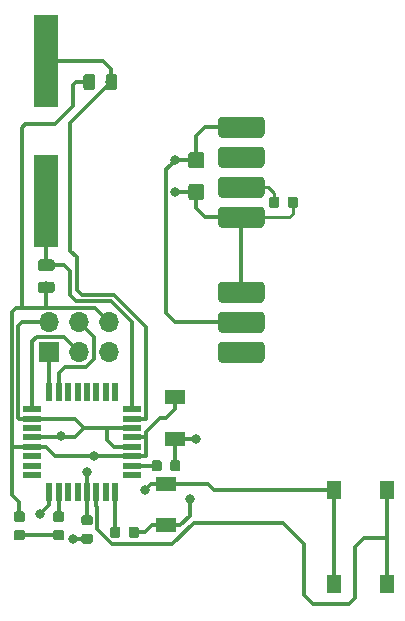
<source format=gbr>
G04 #@! TF.GenerationSoftware,KiCad,Pcbnew,(5.1.0)-1*
G04 #@! TF.CreationDate,2019-05-27T09:53:24+03:00*
G04 #@! TF.ProjectId,USB_RFID,5553425f-5246-4494-942e-6b696361645f,rev?*
G04 #@! TF.SameCoordinates,Original*
G04 #@! TF.FileFunction,Copper,L1,Top*
G04 #@! TF.FilePolarity,Positive*
%FSLAX46Y46*%
G04 Gerber Fmt 4.6, Leading zero omitted, Abs format (unit mm)*
G04 Created by KiCad (PCBNEW (5.1.0)-1) date 2019-05-27 09:53:24*
%MOMM*%
%LPD*%
G04 APERTURE LIST*
%ADD10C,0.100000*%
%ADD11C,1.350000*%
%ADD12C,0.975000*%
%ADD13R,1.700000X1.300000*%
%ADD14C,1.800000*%
%ADD15C,0.875000*%
%ADD16R,1.600000X0.550000*%
%ADD17R,0.550000X1.600000*%
%ADD18R,2.000000X7.875000*%
%ADD19R,1.700000X1.700000*%
%ADD20O,1.700000X1.700000*%
%ADD21R,1.300000X1.550000*%
%ADD22C,0.800000*%
%ADD23C,0.350000*%
%ADD24C,0.250000*%
G04 APERTURE END LIST*
D10*
G36*
X31183505Y-54579204D02*
G01*
X31207773Y-54582804D01*
X31231572Y-54588765D01*
X31254671Y-54597030D01*
X31276850Y-54607520D01*
X31297893Y-54620132D01*
X31317599Y-54634747D01*
X31335777Y-54651223D01*
X31352253Y-54669401D01*
X31366868Y-54689107D01*
X31379480Y-54710150D01*
X31389970Y-54732329D01*
X31398235Y-54755428D01*
X31404196Y-54779227D01*
X31407796Y-54803495D01*
X31409000Y-54827999D01*
X31409000Y-55728001D01*
X31407796Y-55752505D01*
X31404196Y-55776773D01*
X31398235Y-55800572D01*
X31389970Y-55823671D01*
X31379480Y-55845850D01*
X31366868Y-55866893D01*
X31352253Y-55886599D01*
X31335777Y-55904777D01*
X31317599Y-55921253D01*
X31297893Y-55935868D01*
X31276850Y-55948480D01*
X31254671Y-55958970D01*
X31231572Y-55967235D01*
X31207773Y-55973196D01*
X31183505Y-55976796D01*
X31159001Y-55978000D01*
X30308999Y-55978000D01*
X30284495Y-55976796D01*
X30260227Y-55973196D01*
X30236428Y-55967235D01*
X30213329Y-55958970D01*
X30191150Y-55948480D01*
X30170107Y-55935868D01*
X30150401Y-55921253D01*
X30132223Y-55904777D01*
X30115747Y-55886599D01*
X30101132Y-55866893D01*
X30088520Y-55845850D01*
X30078030Y-55823671D01*
X30069765Y-55800572D01*
X30063804Y-55776773D01*
X30060204Y-55752505D01*
X30059000Y-55728001D01*
X30059000Y-54827999D01*
X30060204Y-54803495D01*
X30063804Y-54779227D01*
X30069765Y-54755428D01*
X30078030Y-54732329D01*
X30088520Y-54710150D01*
X30101132Y-54689107D01*
X30115747Y-54669401D01*
X30132223Y-54651223D01*
X30150401Y-54634747D01*
X30170107Y-54620132D01*
X30191150Y-54607520D01*
X30213329Y-54597030D01*
X30236428Y-54588765D01*
X30260227Y-54582804D01*
X30284495Y-54579204D01*
X30308999Y-54578000D01*
X31159001Y-54578000D01*
X31183505Y-54579204D01*
X31183505Y-54579204D01*
G37*
D11*
X30734000Y-55278000D03*
D10*
G36*
X31183505Y-51879204D02*
G01*
X31207773Y-51882804D01*
X31231572Y-51888765D01*
X31254671Y-51897030D01*
X31276850Y-51907520D01*
X31297893Y-51920132D01*
X31317599Y-51934747D01*
X31335777Y-51951223D01*
X31352253Y-51969401D01*
X31366868Y-51989107D01*
X31379480Y-52010150D01*
X31389970Y-52032329D01*
X31398235Y-52055428D01*
X31404196Y-52079227D01*
X31407796Y-52103495D01*
X31409000Y-52127999D01*
X31409000Y-53028001D01*
X31407796Y-53052505D01*
X31404196Y-53076773D01*
X31398235Y-53100572D01*
X31389970Y-53123671D01*
X31379480Y-53145850D01*
X31366868Y-53166893D01*
X31352253Y-53186599D01*
X31335777Y-53204777D01*
X31317599Y-53221253D01*
X31297893Y-53235868D01*
X31276850Y-53248480D01*
X31254671Y-53258970D01*
X31231572Y-53267235D01*
X31207773Y-53273196D01*
X31183505Y-53276796D01*
X31159001Y-53278000D01*
X30308999Y-53278000D01*
X30284495Y-53276796D01*
X30260227Y-53273196D01*
X30236428Y-53267235D01*
X30213329Y-53258970D01*
X30191150Y-53248480D01*
X30170107Y-53235868D01*
X30150401Y-53221253D01*
X30132223Y-53204777D01*
X30115747Y-53186599D01*
X30101132Y-53166893D01*
X30088520Y-53145850D01*
X30078030Y-53123671D01*
X30069765Y-53100572D01*
X30063804Y-53076773D01*
X30060204Y-53052505D01*
X30059000Y-53028001D01*
X30059000Y-52127999D01*
X30060204Y-52103495D01*
X30063804Y-52079227D01*
X30069765Y-52055428D01*
X30078030Y-52032329D01*
X30088520Y-52010150D01*
X30101132Y-51989107D01*
X30115747Y-51969401D01*
X30132223Y-51951223D01*
X30150401Y-51934747D01*
X30170107Y-51920132D01*
X30191150Y-51907520D01*
X30213329Y-51897030D01*
X30236428Y-51888765D01*
X30260227Y-51882804D01*
X30284495Y-51879204D01*
X30308999Y-51878000D01*
X31159001Y-51878000D01*
X31183505Y-51879204D01*
X31183505Y-51879204D01*
G37*
D11*
X30734000Y-52578000D03*
D10*
G36*
X18514142Y-60981674D02*
G01*
X18537803Y-60985184D01*
X18561007Y-60990996D01*
X18583529Y-60999054D01*
X18605153Y-61009282D01*
X18625670Y-61021579D01*
X18644883Y-61035829D01*
X18662607Y-61051893D01*
X18678671Y-61069617D01*
X18692921Y-61088830D01*
X18705218Y-61109347D01*
X18715446Y-61130971D01*
X18723504Y-61153493D01*
X18729316Y-61176697D01*
X18732826Y-61200358D01*
X18734000Y-61224250D01*
X18734000Y-61711750D01*
X18732826Y-61735642D01*
X18729316Y-61759303D01*
X18723504Y-61782507D01*
X18715446Y-61805029D01*
X18705218Y-61826653D01*
X18692921Y-61847170D01*
X18678671Y-61866383D01*
X18662607Y-61884107D01*
X18644883Y-61900171D01*
X18625670Y-61914421D01*
X18605153Y-61926718D01*
X18583529Y-61936946D01*
X18561007Y-61945004D01*
X18537803Y-61950816D01*
X18514142Y-61954326D01*
X18490250Y-61955500D01*
X17577750Y-61955500D01*
X17553858Y-61954326D01*
X17530197Y-61950816D01*
X17506993Y-61945004D01*
X17484471Y-61936946D01*
X17462847Y-61926718D01*
X17442330Y-61914421D01*
X17423117Y-61900171D01*
X17405393Y-61884107D01*
X17389329Y-61866383D01*
X17375079Y-61847170D01*
X17362782Y-61826653D01*
X17352554Y-61805029D01*
X17344496Y-61782507D01*
X17338684Y-61759303D01*
X17335174Y-61735642D01*
X17334000Y-61711750D01*
X17334000Y-61224250D01*
X17335174Y-61200358D01*
X17338684Y-61176697D01*
X17344496Y-61153493D01*
X17352554Y-61130971D01*
X17362782Y-61109347D01*
X17375079Y-61088830D01*
X17389329Y-61069617D01*
X17405393Y-61051893D01*
X17423117Y-61035829D01*
X17442330Y-61021579D01*
X17462847Y-61009282D01*
X17484471Y-60999054D01*
X17506993Y-60990996D01*
X17530197Y-60985184D01*
X17553858Y-60981674D01*
X17577750Y-60980500D01*
X18490250Y-60980500D01*
X18514142Y-60981674D01*
X18514142Y-60981674D01*
G37*
D12*
X18034000Y-61468000D03*
D10*
G36*
X18514142Y-62856674D02*
G01*
X18537803Y-62860184D01*
X18561007Y-62865996D01*
X18583529Y-62874054D01*
X18605153Y-62884282D01*
X18625670Y-62896579D01*
X18644883Y-62910829D01*
X18662607Y-62926893D01*
X18678671Y-62944617D01*
X18692921Y-62963830D01*
X18705218Y-62984347D01*
X18715446Y-63005971D01*
X18723504Y-63028493D01*
X18729316Y-63051697D01*
X18732826Y-63075358D01*
X18734000Y-63099250D01*
X18734000Y-63586750D01*
X18732826Y-63610642D01*
X18729316Y-63634303D01*
X18723504Y-63657507D01*
X18715446Y-63680029D01*
X18705218Y-63701653D01*
X18692921Y-63722170D01*
X18678671Y-63741383D01*
X18662607Y-63759107D01*
X18644883Y-63775171D01*
X18625670Y-63789421D01*
X18605153Y-63801718D01*
X18583529Y-63811946D01*
X18561007Y-63820004D01*
X18537803Y-63825816D01*
X18514142Y-63829326D01*
X18490250Y-63830500D01*
X17577750Y-63830500D01*
X17553858Y-63829326D01*
X17530197Y-63825816D01*
X17506993Y-63820004D01*
X17484471Y-63811946D01*
X17462847Y-63801718D01*
X17442330Y-63789421D01*
X17423117Y-63775171D01*
X17405393Y-63759107D01*
X17389329Y-63741383D01*
X17375079Y-63722170D01*
X17362782Y-63701653D01*
X17352554Y-63680029D01*
X17344496Y-63657507D01*
X17338684Y-63634303D01*
X17335174Y-63610642D01*
X17334000Y-63586750D01*
X17334000Y-63099250D01*
X17335174Y-63075358D01*
X17338684Y-63051697D01*
X17344496Y-63028493D01*
X17352554Y-63005971D01*
X17362782Y-62984347D01*
X17375079Y-62963830D01*
X17389329Y-62944617D01*
X17405393Y-62926893D01*
X17423117Y-62910829D01*
X17442330Y-62896579D01*
X17462847Y-62884282D01*
X17484471Y-62874054D01*
X17506993Y-62865996D01*
X17530197Y-62860184D01*
X17553858Y-62856674D01*
X17577750Y-62855500D01*
X18490250Y-62855500D01*
X18514142Y-62856674D01*
X18514142Y-62856674D01*
G37*
D12*
X18034000Y-63343000D03*
D10*
G36*
X21936142Y-45275174D02*
G01*
X21959803Y-45278684D01*
X21983007Y-45284496D01*
X22005529Y-45292554D01*
X22027153Y-45302782D01*
X22047670Y-45315079D01*
X22066883Y-45329329D01*
X22084607Y-45345393D01*
X22100671Y-45363117D01*
X22114921Y-45382330D01*
X22127218Y-45402847D01*
X22137446Y-45424471D01*
X22145504Y-45446993D01*
X22151316Y-45470197D01*
X22154826Y-45493858D01*
X22156000Y-45517750D01*
X22156000Y-46430250D01*
X22154826Y-46454142D01*
X22151316Y-46477803D01*
X22145504Y-46501007D01*
X22137446Y-46523529D01*
X22127218Y-46545153D01*
X22114921Y-46565670D01*
X22100671Y-46584883D01*
X22084607Y-46602607D01*
X22066883Y-46618671D01*
X22047670Y-46632921D01*
X22027153Y-46645218D01*
X22005529Y-46655446D01*
X21983007Y-46663504D01*
X21959803Y-46669316D01*
X21936142Y-46672826D01*
X21912250Y-46674000D01*
X21424750Y-46674000D01*
X21400858Y-46672826D01*
X21377197Y-46669316D01*
X21353993Y-46663504D01*
X21331471Y-46655446D01*
X21309847Y-46645218D01*
X21289330Y-46632921D01*
X21270117Y-46618671D01*
X21252393Y-46602607D01*
X21236329Y-46584883D01*
X21222079Y-46565670D01*
X21209782Y-46545153D01*
X21199554Y-46523529D01*
X21191496Y-46501007D01*
X21185684Y-46477803D01*
X21182174Y-46454142D01*
X21181000Y-46430250D01*
X21181000Y-45517750D01*
X21182174Y-45493858D01*
X21185684Y-45470197D01*
X21191496Y-45446993D01*
X21199554Y-45424471D01*
X21209782Y-45402847D01*
X21222079Y-45382330D01*
X21236329Y-45363117D01*
X21252393Y-45345393D01*
X21270117Y-45329329D01*
X21289330Y-45315079D01*
X21309847Y-45302782D01*
X21331471Y-45292554D01*
X21353993Y-45284496D01*
X21377197Y-45278684D01*
X21400858Y-45275174D01*
X21424750Y-45274000D01*
X21912250Y-45274000D01*
X21936142Y-45275174D01*
X21936142Y-45275174D01*
G37*
D12*
X21668500Y-45974000D03*
D10*
G36*
X23811142Y-45275174D02*
G01*
X23834803Y-45278684D01*
X23858007Y-45284496D01*
X23880529Y-45292554D01*
X23902153Y-45302782D01*
X23922670Y-45315079D01*
X23941883Y-45329329D01*
X23959607Y-45345393D01*
X23975671Y-45363117D01*
X23989921Y-45382330D01*
X24002218Y-45402847D01*
X24012446Y-45424471D01*
X24020504Y-45446993D01*
X24026316Y-45470197D01*
X24029826Y-45493858D01*
X24031000Y-45517750D01*
X24031000Y-46430250D01*
X24029826Y-46454142D01*
X24026316Y-46477803D01*
X24020504Y-46501007D01*
X24012446Y-46523529D01*
X24002218Y-46545153D01*
X23989921Y-46565670D01*
X23975671Y-46584883D01*
X23959607Y-46602607D01*
X23941883Y-46618671D01*
X23922670Y-46632921D01*
X23902153Y-46645218D01*
X23880529Y-46655446D01*
X23858007Y-46663504D01*
X23834803Y-46669316D01*
X23811142Y-46672826D01*
X23787250Y-46674000D01*
X23299750Y-46674000D01*
X23275858Y-46672826D01*
X23252197Y-46669316D01*
X23228993Y-46663504D01*
X23206471Y-46655446D01*
X23184847Y-46645218D01*
X23164330Y-46632921D01*
X23145117Y-46618671D01*
X23127393Y-46602607D01*
X23111329Y-46584883D01*
X23097079Y-46565670D01*
X23084782Y-46545153D01*
X23074554Y-46523529D01*
X23066496Y-46501007D01*
X23060684Y-46477803D01*
X23057174Y-46454142D01*
X23056000Y-46430250D01*
X23056000Y-45517750D01*
X23057174Y-45493858D01*
X23060684Y-45470197D01*
X23066496Y-45446993D01*
X23074554Y-45424471D01*
X23084782Y-45402847D01*
X23097079Y-45382330D01*
X23111329Y-45363117D01*
X23127393Y-45345393D01*
X23145117Y-45329329D01*
X23164330Y-45315079D01*
X23184847Y-45302782D01*
X23206471Y-45292554D01*
X23228993Y-45284496D01*
X23252197Y-45278684D01*
X23275858Y-45275174D01*
X23299750Y-45274000D01*
X23787250Y-45274000D01*
X23811142Y-45275174D01*
X23811142Y-45275174D01*
G37*
D12*
X23543500Y-45974000D03*
D13*
X28956000Y-76172000D03*
X28956000Y-72672000D03*
X28194000Y-80010000D03*
X28194000Y-83510000D03*
D10*
G36*
X36138108Y-62856167D02*
G01*
X36181791Y-62862647D01*
X36224628Y-62873377D01*
X36266208Y-62888254D01*
X36306129Y-62907135D01*
X36344007Y-62929839D01*
X36379477Y-62956145D01*
X36412198Y-62985802D01*
X36441855Y-63018523D01*
X36468161Y-63053993D01*
X36490865Y-63091871D01*
X36509746Y-63131792D01*
X36524623Y-63173372D01*
X36535353Y-63216209D01*
X36541833Y-63259892D01*
X36544000Y-63304000D01*
X36544000Y-64204000D01*
X36541833Y-64248108D01*
X36535353Y-64291791D01*
X36524623Y-64334628D01*
X36509746Y-64376208D01*
X36490865Y-64416129D01*
X36468161Y-64454007D01*
X36441855Y-64489477D01*
X36412198Y-64522198D01*
X36379477Y-64551855D01*
X36344007Y-64578161D01*
X36306129Y-64600865D01*
X36266208Y-64619746D01*
X36224628Y-64634623D01*
X36181791Y-64645353D01*
X36138108Y-64651833D01*
X36094000Y-64654000D01*
X32994000Y-64654000D01*
X32949892Y-64651833D01*
X32906209Y-64645353D01*
X32863372Y-64634623D01*
X32821792Y-64619746D01*
X32781871Y-64600865D01*
X32743993Y-64578161D01*
X32708523Y-64551855D01*
X32675802Y-64522198D01*
X32646145Y-64489477D01*
X32619839Y-64454007D01*
X32597135Y-64416129D01*
X32578254Y-64376208D01*
X32563377Y-64334628D01*
X32552647Y-64291791D01*
X32546167Y-64248108D01*
X32544000Y-64204000D01*
X32544000Y-63304000D01*
X32546167Y-63259892D01*
X32552647Y-63216209D01*
X32563377Y-63173372D01*
X32578254Y-63131792D01*
X32597135Y-63091871D01*
X32619839Y-63053993D01*
X32646145Y-63018523D01*
X32675802Y-62985802D01*
X32708523Y-62956145D01*
X32743993Y-62929839D01*
X32781871Y-62907135D01*
X32821792Y-62888254D01*
X32863372Y-62873377D01*
X32906209Y-62862647D01*
X32949892Y-62856167D01*
X32994000Y-62854000D01*
X36094000Y-62854000D01*
X36138108Y-62856167D01*
X36138108Y-62856167D01*
G37*
D14*
X34544000Y-63754000D03*
D10*
G36*
X36138108Y-65396167D02*
G01*
X36181791Y-65402647D01*
X36224628Y-65413377D01*
X36266208Y-65428254D01*
X36306129Y-65447135D01*
X36344007Y-65469839D01*
X36379477Y-65496145D01*
X36412198Y-65525802D01*
X36441855Y-65558523D01*
X36468161Y-65593993D01*
X36490865Y-65631871D01*
X36509746Y-65671792D01*
X36524623Y-65713372D01*
X36535353Y-65756209D01*
X36541833Y-65799892D01*
X36544000Y-65844000D01*
X36544000Y-66744000D01*
X36541833Y-66788108D01*
X36535353Y-66831791D01*
X36524623Y-66874628D01*
X36509746Y-66916208D01*
X36490865Y-66956129D01*
X36468161Y-66994007D01*
X36441855Y-67029477D01*
X36412198Y-67062198D01*
X36379477Y-67091855D01*
X36344007Y-67118161D01*
X36306129Y-67140865D01*
X36266208Y-67159746D01*
X36224628Y-67174623D01*
X36181791Y-67185353D01*
X36138108Y-67191833D01*
X36094000Y-67194000D01*
X32994000Y-67194000D01*
X32949892Y-67191833D01*
X32906209Y-67185353D01*
X32863372Y-67174623D01*
X32821792Y-67159746D01*
X32781871Y-67140865D01*
X32743993Y-67118161D01*
X32708523Y-67091855D01*
X32675802Y-67062198D01*
X32646145Y-67029477D01*
X32619839Y-66994007D01*
X32597135Y-66956129D01*
X32578254Y-66916208D01*
X32563377Y-66874628D01*
X32552647Y-66831791D01*
X32546167Y-66788108D01*
X32544000Y-66744000D01*
X32544000Y-65844000D01*
X32546167Y-65799892D01*
X32552647Y-65756209D01*
X32563377Y-65713372D01*
X32578254Y-65671792D01*
X32597135Y-65631871D01*
X32619839Y-65593993D01*
X32646145Y-65558523D01*
X32675802Y-65525802D01*
X32708523Y-65496145D01*
X32743993Y-65469839D01*
X32781871Y-65447135D01*
X32821792Y-65428254D01*
X32863372Y-65413377D01*
X32906209Y-65402647D01*
X32949892Y-65396167D01*
X32994000Y-65394000D01*
X36094000Y-65394000D01*
X36138108Y-65396167D01*
X36138108Y-65396167D01*
G37*
D14*
X34544000Y-66294000D03*
D10*
G36*
X36138108Y-67936167D02*
G01*
X36181791Y-67942647D01*
X36224628Y-67953377D01*
X36266208Y-67968254D01*
X36306129Y-67987135D01*
X36344007Y-68009839D01*
X36379477Y-68036145D01*
X36412198Y-68065802D01*
X36441855Y-68098523D01*
X36468161Y-68133993D01*
X36490865Y-68171871D01*
X36509746Y-68211792D01*
X36524623Y-68253372D01*
X36535353Y-68296209D01*
X36541833Y-68339892D01*
X36544000Y-68384000D01*
X36544000Y-69284000D01*
X36541833Y-69328108D01*
X36535353Y-69371791D01*
X36524623Y-69414628D01*
X36509746Y-69456208D01*
X36490865Y-69496129D01*
X36468161Y-69534007D01*
X36441855Y-69569477D01*
X36412198Y-69602198D01*
X36379477Y-69631855D01*
X36344007Y-69658161D01*
X36306129Y-69680865D01*
X36266208Y-69699746D01*
X36224628Y-69714623D01*
X36181791Y-69725353D01*
X36138108Y-69731833D01*
X36094000Y-69734000D01*
X32994000Y-69734000D01*
X32949892Y-69731833D01*
X32906209Y-69725353D01*
X32863372Y-69714623D01*
X32821792Y-69699746D01*
X32781871Y-69680865D01*
X32743993Y-69658161D01*
X32708523Y-69631855D01*
X32675802Y-69602198D01*
X32646145Y-69569477D01*
X32619839Y-69534007D01*
X32597135Y-69496129D01*
X32578254Y-69456208D01*
X32563377Y-69414628D01*
X32552647Y-69371791D01*
X32546167Y-69328108D01*
X32544000Y-69284000D01*
X32544000Y-68384000D01*
X32546167Y-68339892D01*
X32552647Y-68296209D01*
X32563377Y-68253372D01*
X32578254Y-68211792D01*
X32597135Y-68171871D01*
X32619839Y-68133993D01*
X32646145Y-68098523D01*
X32675802Y-68065802D01*
X32708523Y-68036145D01*
X32743993Y-68009839D01*
X32781871Y-67987135D01*
X32821792Y-67968254D01*
X32863372Y-67953377D01*
X32906209Y-67942647D01*
X32949892Y-67936167D01*
X32994000Y-67934000D01*
X36094000Y-67934000D01*
X36138108Y-67936167D01*
X36138108Y-67936167D01*
G37*
D14*
X34544000Y-68834000D03*
D10*
G36*
X36138108Y-56506167D02*
G01*
X36181791Y-56512647D01*
X36224628Y-56523377D01*
X36266208Y-56538254D01*
X36306129Y-56557135D01*
X36344007Y-56579839D01*
X36379477Y-56606145D01*
X36412198Y-56635802D01*
X36441855Y-56668523D01*
X36468161Y-56703993D01*
X36490865Y-56741871D01*
X36509746Y-56781792D01*
X36524623Y-56823372D01*
X36535353Y-56866209D01*
X36541833Y-56909892D01*
X36544000Y-56954000D01*
X36544000Y-57854000D01*
X36541833Y-57898108D01*
X36535353Y-57941791D01*
X36524623Y-57984628D01*
X36509746Y-58026208D01*
X36490865Y-58066129D01*
X36468161Y-58104007D01*
X36441855Y-58139477D01*
X36412198Y-58172198D01*
X36379477Y-58201855D01*
X36344007Y-58228161D01*
X36306129Y-58250865D01*
X36266208Y-58269746D01*
X36224628Y-58284623D01*
X36181791Y-58295353D01*
X36138108Y-58301833D01*
X36094000Y-58304000D01*
X32994000Y-58304000D01*
X32949892Y-58301833D01*
X32906209Y-58295353D01*
X32863372Y-58284623D01*
X32821792Y-58269746D01*
X32781871Y-58250865D01*
X32743993Y-58228161D01*
X32708523Y-58201855D01*
X32675802Y-58172198D01*
X32646145Y-58139477D01*
X32619839Y-58104007D01*
X32597135Y-58066129D01*
X32578254Y-58026208D01*
X32563377Y-57984628D01*
X32552647Y-57941791D01*
X32546167Y-57898108D01*
X32544000Y-57854000D01*
X32544000Y-56954000D01*
X32546167Y-56909892D01*
X32552647Y-56866209D01*
X32563377Y-56823372D01*
X32578254Y-56781792D01*
X32597135Y-56741871D01*
X32619839Y-56703993D01*
X32646145Y-56668523D01*
X32675802Y-56635802D01*
X32708523Y-56606145D01*
X32743993Y-56579839D01*
X32781871Y-56557135D01*
X32821792Y-56538254D01*
X32863372Y-56523377D01*
X32906209Y-56512647D01*
X32949892Y-56506167D01*
X32994000Y-56504000D01*
X36094000Y-56504000D01*
X36138108Y-56506167D01*
X36138108Y-56506167D01*
G37*
D14*
X34544000Y-57404000D03*
D10*
G36*
X36138108Y-53966167D02*
G01*
X36181791Y-53972647D01*
X36224628Y-53983377D01*
X36266208Y-53998254D01*
X36306129Y-54017135D01*
X36344007Y-54039839D01*
X36379477Y-54066145D01*
X36412198Y-54095802D01*
X36441855Y-54128523D01*
X36468161Y-54163993D01*
X36490865Y-54201871D01*
X36509746Y-54241792D01*
X36524623Y-54283372D01*
X36535353Y-54326209D01*
X36541833Y-54369892D01*
X36544000Y-54414000D01*
X36544000Y-55314000D01*
X36541833Y-55358108D01*
X36535353Y-55401791D01*
X36524623Y-55444628D01*
X36509746Y-55486208D01*
X36490865Y-55526129D01*
X36468161Y-55564007D01*
X36441855Y-55599477D01*
X36412198Y-55632198D01*
X36379477Y-55661855D01*
X36344007Y-55688161D01*
X36306129Y-55710865D01*
X36266208Y-55729746D01*
X36224628Y-55744623D01*
X36181791Y-55755353D01*
X36138108Y-55761833D01*
X36094000Y-55764000D01*
X32994000Y-55764000D01*
X32949892Y-55761833D01*
X32906209Y-55755353D01*
X32863372Y-55744623D01*
X32821792Y-55729746D01*
X32781871Y-55710865D01*
X32743993Y-55688161D01*
X32708523Y-55661855D01*
X32675802Y-55632198D01*
X32646145Y-55599477D01*
X32619839Y-55564007D01*
X32597135Y-55526129D01*
X32578254Y-55486208D01*
X32563377Y-55444628D01*
X32552647Y-55401791D01*
X32546167Y-55358108D01*
X32544000Y-55314000D01*
X32544000Y-54414000D01*
X32546167Y-54369892D01*
X32552647Y-54326209D01*
X32563377Y-54283372D01*
X32578254Y-54241792D01*
X32597135Y-54201871D01*
X32619839Y-54163993D01*
X32646145Y-54128523D01*
X32675802Y-54095802D01*
X32708523Y-54066145D01*
X32743993Y-54039839D01*
X32781871Y-54017135D01*
X32821792Y-53998254D01*
X32863372Y-53983377D01*
X32906209Y-53972647D01*
X32949892Y-53966167D01*
X32994000Y-53964000D01*
X36094000Y-53964000D01*
X36138108Y-53966167D01*
X36138108Y-53966167D01*
G37*
D14*
X34544000Y-54864000D03*
D10*
G36*
X36138108Y-51426167D02*
G01*
X36181791Y-51432647D01*
X36224628Y-51443377D01*
X36266208Y-51458254D01*
X36306129Y-51477135D01*
X36344007Y-51499839D01*
X36379477Y-51526145D01*
X36412198Y-51555802D01*
X36441855Y-51588523D01*
X36468161Y-51623993D01*
X36490865Y-51661871D01*
X36509746Y-51701792D01*
X36524623Y-51743372D01*
X36535353Y-51786209D01*
X36541833Y-51829892D01*
X36544000Y-51874000D01*
X36544000Y-52774000D01*
X36541833Y-52818108D01*
X36535353Y-52861791D01*
X36524623Y-52904628D01*
X36509746Y-52946208D01*
X36490865Y-52986129D01*
X36468161Y-53024007D01*
X36441855Y-53059477D01*
X36412198Y-53092198D01*
X36379477Y-53121855D01*
X36344007Y-53148161D01*
X36306129Y-53170865D01*
X36266208Y-53189746D01*
X36224628Y-53204623D01*
X36181791Y-53215353D01*
X36138108Y-53221833D01*
X36094000Y-53224000D01*
X32994000Y-53224000D01*
X32949892Y-53221833D01*
X32906209Y-53215353D01*
X32863372Y-53204623D01*
X32821792Y-53189746D01*
X32781871Y-53170865D01*
X32743993Y-53148161D01*
X32708523Y-53121855D01*
X32675802Y-53092198D01*
X32646145Y-53059477D01*
X32619839Y-53024007D01*
X32597135Y-52986129D01*
X32578254Y-52946208D01*
X32563377Y-52904628D01*
X32552647Y-52861791D01*
X32546167Y-52818108D01*
X32544000Y-52774000D01*
X32544000Y-51874000D01*
X32546167Y-51829892D01*
X32552647Y-51786209D01*
X32563377Y-51743372D01*
X32578254Y-51701792D01*
X32597135Y-51661871D01*
X32619839Y-51623993D01*
X32646145Y-51588523D01*
X32675802Y-51555802D01*
X32708523Y-51526145D01*
X32743993Y-51499839D01*
X32781871Y-51477135D01*
X32821792Y-51458254D01*
X32863372Y-51443377D01*
X32906209Y-51432647D01*
X32949892Y-51426167D01*
X32994000Y-51424000D01*
X36094000Y-51424000D01*
X36138108Y-51426167D01*
X36138108Y-51426167D01*
G37*
D14*
X34544000Y-52324000D03*
D10*
G36*
X36138108Y-48886167D02*
G01*
X36181791Y-48892647D01*
X36224628Y-48903377D01*
X36266208Y-48918254D01*
X36306129Y-48937135D01*
X36344007Y-48959839D01*
X36379477Y-48986145D01*
X36412198Y-49015802D01*
X36441855Y-49048523D01*
X36468161Y-49083993D01*
X36490865Y-49121871D01*
X36509746Y-49161792D01*
X36524623Y-49203372D01*
X36535353Y-49246209D01*
X36541833Y-49289892D01*
X36544000Y-49334000D01*
X36544000Y-50234000D01*
X36541833Y-50278108D01*
X36535353Y-50321791D01*
X36524623Y-50364628D01*
X36509746Y-50406208D01*
X36490865Y-50446129D01*
X36468161Y-50484007D01*
X36441855Y-50519477D01*
X36412198Y-50552198D01*
X36379477Y-50581855D01*
X36344007Y-50608161D01*
X36306129Y-50630865D01*
X36266208Y-50649746D01*
X36224628Y-50664623D01*
X36181791Y-50675353D01*
X36138108Y-50681833D01*
X36094000Y-50684000D01*
X32994000Y-50684000D01*
X32949892Y-50681833D01*
X32906209Y-50675353D01*
X32863372Y-50664623D01*
X32821792Y-50649746D01*
X32781871Y-50630865D01*
X32743993Y-50608161D01*
X32708523Y-50581855D01*
X32675802Y-50552198D01*
X32646145Y-50519477D01*
X32619839Y-50484007D01*
X32597135Y-50446129D01*
X32578254Y-50406208D01*
X32563377Y-50364628D01*
X32552647Y-50321791D01*
X32546167Y-50278108D01*
X32544000Y-50234000D01*
X32544000Y-49334000D01*
X32546167Y-49289892D01*
X32552647Y-49246209D01*
X32563377Y-49203372D01*
X32578254Y-49161792D01*
X32597135Y-49121871D01*
X32619839Y-49083993D01*
X32646145Y-49048523D01*
X32675802Y-49015802D01*
X32708523Y-48986145D01*
X32743993Y-48959839D01*
X32781871Y-48937135D01*
X32821792Y-48918254D01*
X32863372Y-48903377D01*
X32906209Y-48892647D01*
X32949892Y-48886167D01*
X32994000Y-48884000D01*
X36094000Y-48884000D01*
X36138108Y-48886167D01*
X36138108Y-48886167D01*
G37*
D14*
X34544000Y-49784000D03*
D10*
G36*
X21759691Y-84196553D02*
G01*
X21780926Y-84199703D01*
X21801750Y-84204919D01*
X21821962Y-84212151D01*
X21841368Y-84221330D01*
X21859781Y-84232366D01*
X21877024Y-84245154D01*
X21892930Y-84259570D01*
X21907346Y-84275476D01*
X21920134Y-84292719D01*
X21931170Y-84311132D01*
X21940349Y-84330538D01*
X21947581Y-84350750D01*
X21952797Y-84371574D01*
X21955947Y-84392809D01*
X21957000Y-84414250D01*
X21957000Y-84851750D01*
X21955947Y-84873191D01*
X21952797Y-84894426D01*
X21947581Y-84915250D01*
X21940349Y-84935462D01*
X21931170Y-84954868D01*
X21920134Y-84973281D01*
X21907346Y-84990524D01*
X21892930Y-85006430D01*
X21877024Y-85020846D01*
X21859781Y-85033634D01*
X21841368Y-85044670D01*
X21821962Y-85053849D01*
X21801750Y-85061081D01*
X21780926Y-85066297D01*
X21759691Y-85069447D01*
X21738250Y-85070500D01*
X21225750Y-85070500D01*
X21204309Y-85069447D01*
X21183074Y-85066297D01*
X21162250Y-85061081D01*
X21142038Y-85053849D01*
X21122632Y-85044670D01*
X21104219Y-85033634D01*
X21086976Y-85020846D01*
X21071070Y-85006430D01*
X21056654Y-84990524D01*
X21043866Y-84973281D01*
X21032830Y-84954868D01*
X21023651Y-84935462D01*
X21016419Y-84915250D01*
X21011203Y-84894426D01*
X21008053Y-84873191D01*
X21007000Y-84851750D01*
X21007000Y-84414250D01*
X21008053Y-84392809D01*
X21011203Y-84371574D01*
X21016419Y-84350750D01*
X21023651Y-84330538D01*
X21032830Y-84311132D01*
X21043866Y-84292719D01*
X21056654Y-84275476D01*
X21071070Y-84259570D01*
X21086976Y-84245154D01*
X21104219Y-84232366D01*
X21122632Y-84221330D01*
X21142038Y-84212151D01*
X21162250Y-84204919D01*
X21183074Y-84199703D01*
X21204309Y-84196553D01*
X21225750Y-84195500D01*
X21738250Y-84195500D01*
X21759691Y-84196553D01*
X21759691Y-84196553D01*
G37*
D15*
X21482000Y-84633000D03*
D10*
G36*
X21759691Y-82621553D02*
G01*
X21780926Y-82624703D01*
X21801750Y-82629919D01*
X21821962Y-82637151D01*
X21841368Y-82646330D01*
X21859781Y-82657366D01*
X21877024Y-82670154D01*
X21892930Y-82684570D01*
X21907346Y-82700476D01*
X21920134Y-82717719D01*
X21931170Y-82736132D01*
X21940349Y-82755538D01*
X21947581Y-82775750D01*
X21952797Y-82796574D01*
X21955947Y-82817809D01*
X21957000Y-82839250D01*
X21957000Y-83276750D01*
X21955947Y-83298191D01*
X21952797Y-83319426D01*
X21947581Y-83340250D01*
X21940349Y-83360462D01*
X21931170Y-83379868D01*
X21920134Y-83398281D01*
X21907346Y-83415524D01*
X21892930Y-83431430D01*
X21877024Y-83445846D01*
X21859781Y-83458634D01*
X21841368Y-83469670D01*
X21821962Y-83478849D01*
X21801750Y-83486081D01*
X21780926Y-83491297D01*
X21759691Y-83494447D01*
X21738250Y-83495500D01*
X21225750Y-83495500D01*
X21204309Y-83494447D01*
X21183074Y-83491297D01*
X21162250Y-83486081D01*
X21142038Y-83478849D01*
X21122632Y-83469670D01*
X21104219Y-83458634D01*
X21086976Y-83445846D01*
X21071070Y-83431430D01*
X21056654Y-83415524D01*
X21043866Y-83398281D01*
X21032830Y-83379868D01*
X21023651Y-83360462D01*
X21016419Y-83340250D01*
X21011203Y-83319426D01*
X21008053Y-83298191D01*
X21007000Y-83276750D01*
X21007000Y-82839250D01*
X21008053Y-82817809D01*
X21011203Y-82796574D01*
X21016419Y-82775750D01*
X21023651Y-82755538D01*
X21032830Y-82736132D01*
X21043866Y-82717719D01*
X21056654Y-82700476D01*
X21071070Y-82684570D01*
X21086976Y-82670154D01*
X21104219Y-82657366D01*
X21122632Y-82646330D01*
X21142038Y-82637151D01*
X21162250Y-82629919D01*
X21183074Y-82624703D01*
X21204309Y-82621553D01*
X21225750Y-82620500D01*
X21738250Y-82620500D01*
X21759691Y-82621553D01*
X21759691Y-82621553D01*
G37*
D15*
X21482000Y-83058000D03*
D10*
G36*
X25691193Y-83600053D02*
G01*
X25712428Y-83603203D01*
X25733252Y-83608419D01*
X25753464Y-83615651D01*
X25772870Y-83624830D01*
X25791283Y-83635866D01*
X25808526Y-83648654D01*
X25824432Y-83663070D01*
X25838848Y-83678976D01*
X25851636Y-83696219D01*
X25862672Y-83714632D01*
X25871851Y-83734038D01*
X25879083Y-83754250D01*
X25884299Y-83775074D01*
X25887449Y-83796309D01*
X25888502Y-83817750D01*
X25888502Y-84330250D01*
X25887449Y-84351691D01*
X25884299Y-84372926D01*
X25879083Y-84393750D01*
X25871851Y-84413962D01*
X25862672Y-84433368D01*
X25851636Y-84451781D01*
X25838848Y-84469024D01*
X25824432Y-84484930D01*
X25808526Y-84499346D01*
X25791283Y-84512134D01*
X25772870Y-84523170D01*
X25753464Y-84532349D01*
X25733252Y-84539581D01*
X25712428Y-84544797D01*
X25691193Y-84547947D01*
X25669752Y-84549000D01*
X25232252Y-84549000D01*
X25210811Y-84547947D01*
X25189576Y-84544797D01*
X25168752Y-84539581D01*
X25148540Y-84532349D01*
X25129134Y-84523170D01*
X25110721Y-84512134D01*
X25093478Y-84499346D01*
X25077572Y-84484930D01*
X25063156Y-84469024D01*
X25050368Y-84451781D01*
X25039332Y-84433368D01*
X25030153Y-84413962D01*
X25022921Y-84393750D01*
X25017705Y-84372926D01*
X25014555Y-84351691D01*
X25013502Y-84330250D01*
X25013502Y-83817750D01*
X25014555Y-83796309D01*
X25017705Y-83775074D01*
X25022921Y-83754250D01*
X25030153Y-83734038D01*
X25039332Y-83714632D01*
X25050368Y-83696219D01*
X25063156Y-83678976D01*
X25077572Y-83663070D01*
X25093478Y-83648654D01*
X25110721Y-83635866D01*
X25129134Y-83624830D01*
X25148540Y-83615651D01*
X25168752Y-83608419D01*
X25189576Y-83603203D01*
X25210811Y-83600053D01*
X25232252Y-83599000D01*
X25669752Y-83599000D01*
X25691193Y-83600053D01*
X25691193Y-83600053D01*
G37*
D15*
X25451002Y-84074000D03*
D10*
G36*
X24116193Y-83600053D02*
G01*
X24137428Y-83603203D01*
X24158252Y-83608419D01*
X24178464Y-83615651D01*
X24197870Y-83624830D01*
X24216283Y-83635866D01*
X24233526Y-83648654D01*
X24249432Y-83663070D01*
X24263848Y-83678976D01*
X24276636Y-83696219D01*
X24287672Y-83714632D01*
X24296851Y-83734038D01*
X24304083Y-83754250D01*
X24309299Y-83775074D01*
X24312449Y-83796309D01*
X24313502Y-83817750D01*
X24313502Y-84330250D01*
X24312449Y-84351691D01*
X24309299Y-84372926D01*
X24304083Y-84393750D01*
X24296851Y-84413962D01*
X24287672Y-84433368D01*
X24276636Y-84451781D01*
X24263848Y-84469024D01*
X24249432Y-84484930D01*
X24233526Y-84499346D01*
X24216283Y-84512134D01*
X24197870Y-84523170D01*
X24178464Y-84532349D01*
X24158252Y-84539581D01*
X24137428Y-84544797D01*
X24116193Y-84547947D01*
X24094752Y-84549000D01*
X23657252Y-84549000D01*
X23635811Y-84547947D01*
X23614576Y-84544797D01*
X23593752Y-84539581D01*
X23573540Y-84532349D01*
X23554134Y-84523170D01*
X23535721Y-84512134D01*
X23518478Y-84499346D01*
X23502572Y-84484930D01*
X23488156Y-84469024D01*
X23475368Y-84451781D01*
X23464332Y-84433368D01*
X23455153Y-84413962D01*
X23447921Y-84393750D01*
X23442705Y-84372926D01*
X23439555Y-84351691D01*
X23438502Y-84330250D01*
X23438502Y-83817750D01*
X23439555Y-83796309D01*
X23442705Y-83775074D01*
X23447921Y-83754250D01*
X23455153Y-83734038D01*
X23464332Y-83714632D01*
X23475368Y-83696219D01*
X23488156Y-83678976D01*
X23502572Y-83663070D01*
X23518478Y-83648654D01*
X23535721Y-83635866D01*
X23554134Y-83624830D01*
X23573540Y-83615651D01*
X23593752Y-83608419D01*
X23614576Y-83603203D01*
X23635811Y-83600053D01*
X23657252Y-83599000D01*
X24094752Y-83599000D01*
X24116193Y-83600053D01*
X24116193Y-83600053D01*
G37*
D15*
X23876002Y-84074000D03*
D10*
G36*
X27621191Y-77980053D02*
G01*
X27642426Y-77983203D01*
X27663250Y-77988419D01*
X27683462Y-77995651D01*
X27702868Y-78004830D01*
X27721281Y-78015866D01*
X27738524Y-78028654D01*
X27754430Y-78043070D01*
X27768846Y-78058976D01*
X27781634Y-78076219D01*
X27792670Y-78094632D01*
X27801849Y-78114038D01*
X27809081Y-78134250D01*
X27814297Y-78155074D01*
X27817447Y-78176309D01*
X27818500Y-78197750D01*
X27818500Y-78710250D01*
X27817447Y-78731691D01*
X27814297Y-78752926D01*
X27809081Y-78773750D01*
X27801849Y-78793962D01*
X27792670Y-78813368D01*
X27781634Y-78831781D01*
X27768846Y-78849024D01*
X27754430Y-78864930D01*
X27738524Y-78879346D01*
X27721281Y-78892134D01*
X27702868Y-78903170D01*
X27683462Y-78912349D01*
X27663250Y-78919581D01*
X27642426Y-78924797D01*
X27621191Y-78927947D01*
X27599750Y-78929000D01*
X27162250Y-78929000D01*
X27140809Y-78927947D01*
X27119574Y-78924797D01*
X27098750Y-78919581D01*
X27078538Y-78912349D01*
X27059132Y-78903170D01*
X27040719Y-78892134D01*
X27023476Y-78879346D01*
X27007570Y-78864930D01*
X26993154Y-78849024D01*
X26980366Y-78831781D01*
X26969330Y-78813368D01*
X26960151Y-78793962D01*
X26952919Y-78773750D01*
X26947703Y-78752926D01*
X26944553Y-78731691D01*
X26943500Y-78710250D01*
X26943500Y-78197750D01*
X26944553Y-78176309D01*
X26947703Y-78155074D01*
X26952919Y-78134250D01*
X26960151Y-78114038D01*
X26969330Y-78094632D01*
X26980366Y-78076219D01*
X26993154Y-78058976D01*
X27007570Y-78043070D01*
X27023476Y-78028654D01*
X27040719Y-78015866D01*
X27059132Y-78004830D01*
X27078538Y-77995651D01*
X27098750Y-77988419D01*
X27119574Y-77983203D01*
X27140809Y-77980053D01*
X27162250Y-77979000D01*
X27599750Y-77979000D01*
X27621191Y-77980053D01*
X27621191Y-77980053D01*
G37*
D15*
X27381000Y-78454000D03*
D10*
G36*
X29196191Y-77980053D02*
G01*
X29217426Y-77983203D01*
X29238250Y-77988419D01*
X29258462Y-77995651D01*
X29277868Y-78004830D01*
X29296281Y-78015866D01*
X29313524Y-78028654D01*
X29329430Y-78043070D01*
X29343846Y-78058976D01*
X29356634Y-78076219D01*
X29367670Y-78094632D01*
X29376849Y-78114038D01*
X29384081Y-78134250D01*
X29389297Y-78155074D01*
X29392447Y-78176309D01*
X29393500Y-78197750D01*
X29393500Y-78710250D01*
X29392447Y-78731691D01*
X29389297Y-78752926D01*
X29384081Y-78773750D01*
X29376849Y-78793962D01*
X29367670Y-78813368D01*
X29356634Y-78831781D01*
X29343846Y-78849024D01*
X29329430Y-78864930D01*
X29313524Y-78879346D01*
X29296281Y-78892134D01*
X29277868Y-78903170D01*
X29258462Y-78912349D01*
X29238250Y-78919581D01*
X29217426Y-78924797D01*
X29196191Y-78927947D01*
X29174750Y-78929000D01*
X28737250Y-78929000D01*
X28715809Y-78927947D01*
X28694574Y-78924797D01*
X28673750Y-78919581D01*
X28653538Y-78912349D01*
X28634132Y-78903170D01*
X28615719Y-78892134D01*
X28598476Y-78879346D01*
X28582570Y-78864930D01*
X28568154Y-78849024D01*
X28555366Y-78831781D01*
X28544330Y-78813368D01*
X28535151Y-78793962D01*
X28527919Y-78773750D01*
X28522703Y-78752926D01*
X28519553Y-78731691D01*
X28518500Y-78710250D01*
X28518500Y-78197750D01*
X28519553Y-78176309D01*
X28522703Y-78155074D01*
X28527919Y-78134250D01*
X28535151Y-78114038D01*
X28544330Y-78094632D01*
X28555366Y-78076219D01*
X28568154Y-78058976D01*
X28582570Y-78043070D01*
X28598476Y-78028654D01*
X28615719Y-78015866D01*
X28634132Y-78004830D01*
X28653538Y-77995651D01*
X28673750Y-77988419D01*
X28694574Y-77983203D01*
X28715809Y-77980053D01*
X28737250Y-77979000D01*
X29174750Y-77979000D01*
X29196191Y-77980053D01*
X29196191Y-77980053D01*
G37*
D15*
X28956000Y-78454000D03*
D10*
G36*
X37578191Y-55660053D02*
G01*
X37599426Y-55663203D01*
X37620250Y-55668419D01*
X37640462Y-55675651D01*
X37659868Y-55684830D01*
X37678281Y-55695866D01*
X37695524Y-55708654D01*
X37711430Y-55723070D01*
X37725846Y-55738976D01*
X37738634Y-55756219D01*
X37749670Y-55774632D01*
X37758849Y-55794038D01*
X37766081Y-55814250D01*
X37771297Y-55835074D01*
X37774447Y-55856309D01*
X37775500Y-55877750D01*
X37775500Y-56390250D01*
X37774447Y-56411691D01*
X37771297Y-56432926D01*
X37766081Y-56453750D01*
X37758849Y-56473962D01*
X37749670Y-56493368D01*
X37738634Y-56511781D01*
X37725846Y-56529024D01*
X37711430Y-56544930D01*
X37695524Y-56559346D01*
X37678281Y-56572134D01*
X37659868Y-56583170D01*
X37640462Y-56592349D01*
X37620250Y-56599581D01*
X37599426Y-56604797D01*
X37578191Y-56607947D01*
X37556750Y-56609000D01*
X37119250Y-56609000D01*
X37097809Y-56607947D01*
X37076574Y-56604797D01*
X37055750Y-56599581D01*
X37035538Y-56592349D01*
X37016132Y-56583170D01*
X36997719Y-56572134D01*
X36980476Y-56559346D01*
X36964570Y-56544930D01*
X36950154Y-56529024D01*
X36937366Y-56511781D01*
X36926330Y-56493368D01*
X36917151Y-56473962D01*
X36909919Y-56453750D01*
X36904703Y-56432926D01*
X36901553Y-56411691D01*
X36900500Y-56390250D01*
X36900500Y-55877750D01*
X36901553Y-55856309D01*
X36904703Y-55835074D01*
X36909919Y-55814250D01*
X36917151Y-55794038D01*
X36926330Y-55774632D01*
X36937366Y-55756219D01*
X36950154Y-55738976D01*
X36964570Y-55723070D01*
X36980476Y-55708654D01*
X36997719Y-55695866D01*
X37016132Y-55684830D01*
X37035538Y-55675651D01*
X37055750Y-55668419D01*
X37076574Y-55663203D01*
X37097809Y-55660053D01*
X37119250Y-55659000D01*
X37556750Y-55659000D01*
X37578191Y-55660053D01*
X37578191Y-55660053D01*
G37*
D15*
X37338000Y-56134000D03*
D10*
G36*
X39153191Y-55660053D02*
G01*
X39174426Y-55663203D01*
X39195250Y-55668419D01*
X39215462Y-55675651D01*
X39234868Y-55684830D01*
X39253281Y-55695866D01*
X39270524Y-55708654D01*
X39286430Y-55723070D01*
X39300846Y-55738976D01*
X39313634Y-55756219D01*
X39324670Y-55774632D01*
X39333849Y-55794038D01*
X39341081Y-55814250D01*
X39346297Y-55835074D01*
X39349447Y-55856309D01*
X39350500Y-55877750D01*
X39350500Y-56390250D01*
X39349447Y-56411691D01*
X39346297Y-56432926D01*
X39341081Y-56453750D01*
X39333849Y-56473962D01*
X39324670Y-56493368D01*
X39313634Y-56511781D01*
X39300846Y-56529024D01*
X39286430Y-56544930D01*
X39270524Y-56559346D01*
X39253281Y-56572134D01*
X39234868Y-56583170D01*
X39215462Y-56592349D01*
X39195250Y-56599581D01*
X39174426Y-56604797D01*
X39153191Y-56607947D01*
X39131750Y-56609000D01*
X38694250Y-56609000D01*
X38672809Y-56607947D01*
X38651574Y-56604797D01*
X38630750Y-56599581D01*
X38610538Y-56592349D01*
X38591132Y-56583170D01*
X38572719Y-56572134D01*
X38555476Y-56559346D01*
X38539570Y-56544930D01*
X38525154Y-56529024D01*
X38512366Y-56511781D01*
X38501330Y-56493368D01*
X38492151Y-56473962D01*
X38484919Y-56453750D01*
X38479703Y-56432926D01*
X38476553Y-56411691D01*
X38475500Y-56390250D01*
X38475500Y-55877750D01*
X38476553Y-55856309D01*
X38479703Y-55835074D01*
X38484919Y-55814250D01*
X38492151Y-55794038D01*
X38501330Y-55774632D01*
X38512366Y-55756219D01*
X38525154Y-55738976D01*
X38539570Y-55723070D01*
X38555476Y-55708654D01*
X38572719Y-55695866D01*
X38591132Y-55684830D01*
X38610538Y-55675651D01*
X38630750Y-55668419D01*
X38651574Y-55663203D01*
X38672809Y-55660053D01*
X38694250Y-55659000D01*
X39131750Y-55659000D01*
X39153191Y-55660053D01*
X39153191Y-55660053D01*
G37*
D15*
X38913000Y-56134000D03*
D16*
X25332000Y-79254000D03*
X25332000Y-78454000D03*
X25332000Y-77654000D03*
X25332000Y-76854000D03*
X25332000Y-76054000D03*
X25332000Y-75254000D03*
X25332000Y-74454000D03*
X25332000Y-73654000D03*
D17*
X23882000Y-72204000D03*
X23082000Y-72204000D03*
X22282000Y-72204000D03*
X21482000Y-72204000D03*
X20682000Y-72204000D03*
X19882000Y-72204000D03*
X19082000Y-72204000D03*
X18282000Y-72204000D03*
D16*
X16832000Y-73654000D03*
X16832000Y-74454000D03*
X16832000Y-75254000D03*
X16832000Y-76054000D03*
X16832000Y-76854000D03*
X16832000Y-77654000D03*
X16832000Y-78454000D03*
X16832000Y-79254000D03*
D17*
X18282000Y-80704000D03*
X19082000Y-80704000D03*
X19882000Y-80704000D03*
X20682000Y-80704000D03*
X21482000Y-80704000D03*
X22282000Y-80704000D03*
X23082000Y-80704000D03*
X23882000Y-80704000D03*
D18*
X18034000Y-56071000D03*
X18034000Y-44196000D03*
D10*
G36*
X16025691Y-82316553D02*
G01*
X16046926Y-82319703D01*
X16067750Y-82324919D01*
X16087962Y-82332151D01*
X16107368Y-82341330D01*
X16125781Y-82352366D01*
X16143024Y-82365154D01*
X16158930Y-82379570D01*
X16173346Y-82395476D01*
X16186134Y-82412719D01*
X16197170Y-82431132D01*
X16206349Y-82450538D01*
X16213581Y-82470750D01*
X16218797Y-82491574D01*
X16221947Y-82512809D01*
X16223000Y-82534250D01*
X16223000Y-82971750D01*
X16221947Y-82993191D01*
X16218797Y-83014426D01*
X16213581Y-83035250D01*
X16206349Y-83055462D01*
X16197170Y-83074868D01*
X16186134Y-83093281D01*
X16173346Y-83110524D01*
X16158930Y-83126430D01*
X16143024Y-83140846D01*
X16125781Y-83153634D01*
X16107368Y-83164670D01*
X16087962Y-83173849D01*
X16067750Y-83181081D01*
X16046926Y-83186297D01*
X16025691Y-83189447D01*
X16004250Y-83190500D01*
X15491750Y-83190500D01*
X15470309Y-83189447D01*
X15449074Y-83186297D01*
X15428250Y-83181081D01*
X15408038Y-83173849D01*
X15388632Y-83164670D01*
X15370219Y-83153634D01*
X15352976Y-83140846D01*
X15337070Y-83126430D01*
X15322654Y-83110524D01*
X15309866Y-83093281D01*
X15298830Y-83074868D01*
X15289651Y-83055462D01*
X15282419Y-83035250D01*
X15277203Y-83014426D01*
X15274053Y-82993191D01*
X15273000Y-82971750D01*
X15273000Y-82534250D01*
X15274053Y-82512809D01*
X15277203Y-82491574D01*
X15282419Y-82470750D01*
X15289651Y-82450538D01*
X15298830Y-82431132D01*
X15309866Y-82412719D01*
X15322654Y-82395476D01*
X15337070Y-82379570D01*
X15352976Y-82365154D01*
X15370219Y-82352366D01*
X15388632Y-82341330D01*
X15408038Y-82332151D01*
X15428250Y-82324919D01*
X15449074Y-82319703D01*
X15470309Y-82316553D01*
X15491750Y-82315500D01*
X16004250Y-82315500D01*
X16025691Y-82316553D01*
X16025691Y-82316553D01*
G37*
D15*
X15748000Y-82753000D03*
D10*
G36*
X16025691Y-83891553D02*
G01*
X16046926Y-83894703D01*
X16067750Y-83899919D01*
X16087962Y-83907151D01*
X16107368Y-83916330D01*
X16125781Y-83927366D01*
X16143024Y-83940154D01*
X16158930Y-83954570D01*
X16173346Y-83970476D01*
X16186134Y-83987719D01*
X16197170Y-84006132D01*
X16206349Y-84025538D01*
X16213581Y-84045750D01*
X16218797Y-84066574D01*
X16221947Y-84087809D01*
X16223000Y-84109250D01*
X16223000Y-84546750D01*
X16221947Y-84568191D01*
X16218797Y-84589426D01*
X16213581Y-84610250D01*
X16206349Y-84630462D01*
X16197170Y-84649868D01*
X16186134Y-84668281D01*
X16173346Y-84685524D01*
X16158930Y-84701430D01*
X16143024Y-84715846D01*
X16125781Y-84728634D01*
X16107368Y-84739670D01*
X16087962Y-84748849D01*
X16067750Y-84756081D01*
X16046926Y-84761297D01*
X16025691Y-84764447D01*
X16004250Y-84765500D01*
X15491750Y-84765500D01*
X15470309Y-84764447D01*
X15449074Y-84761297D01*
X15428250Y-84756081D01*
X15408038Y-84748849D01*
X15388632Y-84739670D01*
X15370219Y-84728634D01*
X15352976Y-84715846D01*
X15337070Y-84701430D01*
X15322654Y-84685524D01*
X15309866Y-84668281D01*
X15298830Y-84649868D01*
X15289651Y-84630462D01*
X15282419Y-84610250D01*
X15277203Y-84589426D01*
X15274053Y-84568191D01*
X15273000Y-84546750D01*
X15273000Y-84109250D01*
X15274053Y-84087809D01*
X15277203Y-84066574D01*
X15282419Y-84045750D01*
X15289651Y-84025538D01*
X15298830Y-84006132D01*
X15309866Y-83987719D01*
X15322654Y-83970476D01*
X15337070Y-83954570D01*
X15352976Y-83940154D01*
X15370219Y-83927366D01*
X15388632Y-83916330D01*
X15408038Y-83907151D01*
X15428250Y-83899919D01*
X15449074Y-83894703D01*
X15470309Y-83891553D01*
X15491750Y-83890500D01*
X16004250Y-83890500D01*
X16025691Y-83891553D01*
X16025691Y-83891553D01*
G37*
D15*
X15748000Y-84328000D03*
D10*
G36*
X19359691Y-83891553D02*
G01*
X19380926Y-83894703D01*
X19401750Y-83899919D01*
X19421962Y-83907151D01*
X19441368Y-83916330D01*
X19459781Y-83927366D01*
X19477024Y-83940154D01*
X19492930Y-83954570D01*
X19507346Y-83970476D01*
X19520134Y-83987719D01*
X19531170Y-84006132D01*
X19540349Y-84025538D01*
X19547581Y-84045750D01*
X19552797Y-84066574D01*
X19555947Y-84087809D01*
X19557000Y-84109250D01*
X19557000Y-84546750D01*
X19555947Y-84568191D01*
X19552797Y-84589426D01*
X19547581Y-84610250D01*
X19540349Y-84630462D01*
X19531170Y-84649868D01*
X19520134Y-84668281D01*
X19507346Y-84685524D01*
X19492930Y-84701430D01*
X19477024Y-84715846D01*
X19459781Y-84728634D01*
X19441368Y-84739670D01*
X19421962Y-84748849D01*
X19401750Y-84756081D01*
X19380926Y-84761297D01*
X19359691Y-84764447D01*
X19338250Y-84765500D01*
X18825750Y-84765500D01*
X18804309Y-84764447D01*
X18783074Y-84761297D01*
X18762250Y-84756081D01*
X18742038Y-84748849D01*
X18722632Y-84739670D01*
X18704219Y-84728634D01*
X18686976Y-84715846D01*
X18671070Y-84701430D01*
X18656654Y-84685524D01*
X18643866Y-84668281D01*
X18632830Y-84649868D01*
X18623651Y-84630462D01*
X18616419Y-84610250D01*
X18611203Y-84589426D01*
X18608053Y-84568191D01*
X18607000Y-84546750D01*
X18607000Y-84109250D01*
X18608053Y-84087809D01*
X18611203Y-84066574D01*
X18616419Y-84045750D01*
X18623651Y-84025538D01*
X18632830Y-84006132D01*
X18643866Y-83987719D01*
X18656654Y-83970476D01*
X18671070Y-83954570D01*
X18686976Y-83940154D01*
X18704219Y-83927366D01*
X18722632Y-83916330D01*
X18742038Y-83907151D01*
X18762250Y-83899919D01*
X18783074Y-83894703D01*
X18804309Y-83891553D01*
X18825750Y-83890500D01*
X19338250Y-83890500D01*
X19359691Y-83891553D01*
X19359691Y-83891553D01*
G37*
D15*
X19082000Y-84328000D03*
D10*
G36*
X19359691Y-82316553D02*
G01*
X19380926Y-82319703D01*
X19401750Y-82324919D01*
X19421962Y-82332151D01*
X19441368Y-82341330D01*
X19459781Y-82352366D01*
X19477024Y-82365154D01*
X19492930Y-82379570D01*
X19507346Y-82395476D01*
X19520134Y-82412719D01*
X19531170Y-82431132D01*
X19540349Y-82450538D01*
X19547581Y-82470750D01*
X19552797Y-82491574D01*
X19555947Y-82512809D01*
X19557000Y-82534250D01*
X19557000Y-82971750D01*
X19555947Y-82993191D01*
X19552797Y-83014426D01*
X19547581Y-83035250D01*
X19540349Y-83055462D01*
X19531170Y-83074868D01*
X19520134Y-83093281D01*
X19507346Y-83110524D01*
X19492930Y-83126430D01*
X19477024Y-83140846D01*
X19459781Y-83153634D01*
X19441368Y-83164670D01*
X19421962Y-83173849D01*
X19401750Y-83181081D01*
X19380926Y-83186297D01*
X19359691Y-83189447D01*
X19338250Y-83190500D01*
X18825750Y-83190500D01*
X18804309Y-83189447D01*
X18783074Y-83186297D01*
X18762250Y-83181081D01*
X18742038Y-83173849D01*
X18722632Y-83164670D01*
X18704219Y-83153634D01*
X18686976Y-83140846D01*
X18671070Y-83126430D01*
X18656654Y-83110524D01*
X18643866Y-83093281D01*
X18632830Y-83074868D01*
X18623651Y-83055462D01*
X18616419Y-83035250D01*
X18611203Y-83014426D01*
X18608053Y-82993191D01*
X18607000Y-82971750D01*
X18607000Y-82534250D01*
X18608053Y-82512809D01*
X18611203Y-82491574D01*
X18616419Y-82470750D01*
X18623651Y-82450538D01*
X18632830Y-82431132D01*
X18643866Y-82412719D01*
X18656654Y-82395476D01*
X18671070Y-82379570D01*
X18686976Y-82365154D01*
X18704219Y-82352366D01*
X18722632Y-82341330D01*
X18742038Y-82332151D01*
X18762250Y-82324919D01*
X18783074Y-82319703D01*
X18804309Y-82316553D01*
X18825750Y-82315500D01*
X19338250Y-82315500D01*
X19359691Y-82316553D01*
X19359691Y-82316553D01*
G37*
D15*
X19082000Y-82753000D03*
D19*
X18288000Y-68834000D03*
D20*
X18288000Y-66294000D03*
X20828000Y-68834000D03*
X20828000Y-66294000D03*
X23368000Y-68834000D03*
X23368000Y-66294000D03*
D21*
X42418000Y-88478000D03*
X46918000Y-88478000D03*
X46918000Y-80518000D03*
X42418000Y-80518000D03*
D22*
X28956000Y-55278000D03*
X19304000Y-75946000D03*
X20320000Y-84633000D03*
X28956000Y-52578000D03*
X26416000Y-80518000D03*
X22098000Y-77654000D03*
X30734000Y-76200000D03*
X30226000Y-81280000D03*
X21482000Y-78994000D03*
X17526000Y-82550000D03*
D23*
X20466000Y-76054000D02*
X16832000Y-76054000D01*
X21266000Y-75254000D02*
X20466000Y-76054000D01*
X20466000Y-74454000D02*
X21266000Y-75254000D01*
X16832000Y-74454000D02*
X20466000Y-74454000D01*
X25332000Y-75254000D02*
X23184000Y-75254000D01*
X23184000Y-75254000D02*
X21266000Y-75254000D01*
X23184000Y-76270000D02*
X23184000Y-75254000D01*
X25332000Y-76854000D02*
X23768000Y-76854000D01*
X23768000Y-76854000D02*
X23184000Y-76270000D01*
X15682000Y-74454000D02*
X16832000Y-74454000D01*
X15656999Y-74428999D02*
X15682000Y-74454000D01*
X15656999Y-66639001D02*
X15656999Y-74428999D01*
X18288000Y-66294000D02*
X16002000Y-66294000D01*
X16002000Y-66294000D02*
X15656999Y-66639001D01*
X31496000Y-57404000D02*
X34544000Y-57404000D01*
X30734000Y-55278000D02*
X30734000Y-56642000D01*
X30734000Y-56642000D02*
X31496000Y-57404000D01*
X28956000Y-55278000D02*
X30734000Y-55278000D01*
X34544000Y-63754000D02*
X34544000Y-57404000D01*
D24*
X38913000Y-57099000D02*
X38913000Y-56134000D01*
X34544000Y-57404000D02*
X38608000Y-57404000D01*
X38608000Y-57404000D02*
X38913000Y-57099000D01*
D23*
X21482000Y-84633000D02*
X20320000Y-84633000D01*
X24182000Y-77654000D02*
X25332000Y-77654000D01*
X18782000Y-77654000D02*
X21914000Y-77654000D01*
X17982000Y-76854000D02*
X18782000Y-77654000D01*
X16832000Y-76854000D02*
X17982000Y-76854000D01*
X26482000Y-76054000D02*
X25332000Y-76054000D01*
X26507001Y-76079001D02*
X26482000Y-76054000D01*
X26507001Y-77632999D02*
X26507001Y-76079001D01*
X26486000Y-77654000D02*
X26507001Y-77632999D01*
X25332000Y-77654000D02*
X26486000Y-77654000D01*
X15106989Y-65411011D02*
X15106989Y-76278989D01*
X15449001Y-65068999D02*
X15106989Y-65411011D01*
X23368000Y-66294000D02*
X22142999Y-65068999D01*
X22676000Y-77654000D02*
X24182000Y-77654000D01*
X21914000Y-77654000D02*
X22676000Y-77654000D01*
X28956000Y-73672000D02*
X28206000Y-74422000D01*
X28956000Y-72672000D02*
X28956000Y-73672000D01*
X28206000Y-74422000D02*
X27686000Y-74422000D01*
X27686000Y-74422000D02*
X26507001Y-75600999D01*
X26507001Y-75600999D02*
X26507001Y-76079001D01*
X15748000Y-82753000D02*
X15748000Y-81534000D01*
X15748000Y-81534000D02*
X15106989Y-80892989D01*
X15132000Y-76854000D02*
X15106989Y-76828989D01*
X16832000Y-76854000D02*
X15132000Y-76854000D01*
X15106989Y-80892989D02*
X15106989Y-76828989D01*
X15106989Y-76828989D02*
X15106989Y-76278989D01*
X18034000Y-65024000D02*
X18078999Y-65068999D01*
X18034000Y-63343000D02*
X18034000Y-65024000D01*
X22142999Y-65068999D02*
X18078999Y-65068999D01*
X18796000Y-49530000D02*
X16256000Y-49530000D01*
X15957001Y-49828999D02*
X15957001Y-65068999D01*
X16256000Y-49530000D02*
X15957001Y-49828999D01*
X18078999Y-65068999D02*
X15957001Y-65068999D01*
X15957001Y-65068999D02*
X15449001Y-65068999D01*
X20320000Y-48006000D02*
X20320000Y-46228000D01*
X20320000Y-48006000D02*
X18796000Y-49530000D01*
X20574000Y-45974000D02*
X21668500Y-45974000D01*
X20320000Y-46228000D02*
X20574000Y-45974000D01*
X32444000Y-49784000D02*
X34544000Y-49784000D01*
X31496000Y-49784000D02*
X32444000Y-49784000D01*
X30734000Y-52578000D02*
X30734000Y-52578000D01*
X30734000Y-50546000D02*
X31496000Y-49784000D01*
X30734000Y-52578000D02*
X30734000Y-50546000D01*
X30734000Y-52578000D02*
X28956000Y-52578000D01*
X34544000Y-66294000D02*
X28956000Y-66294000D01*
X28556001Y-52977999D02*
X28956000Y-52578000D01*
X28180999Y-53353001D02*
X28556001Y-52977999D01*
X28180999Y-65518999D02*
X28180999Y-53353001D01*
X28956000Y-66294000D02*
X28180999Y-65518999D01*
X42418000Y-80518000D02*
X32258000Y-80518000D01*
X31750000Y-80010000D02*
X28194000Y-80010000D01*
X32258000Y-80518000D02*
X31750000Y-80010000D01*
X26444000Y-80546000D02*
X26416000Y-80518000D01*
X26416000Y-80518000D02*
X26924000Y-80010000D01*
X26924000Y-80010000D02*
X28194000Y-80010000D01*
X42418000Y-87353000D02*
X42418000Y-80518000D01*
X42418000Y-88478000D02*
X42418000Y-87353000D01*
X18034000Y-60358500D02*
X18034000Y-61468000D01*
X18034000Y-56071000D02*
X18034000Y-60358500D01*
X19558000Y-61468000D02*
X18034000Y-61468000D01*
X25332000Y-66306500D02*
X23541500Y-64516000D01*
X25332000Y-73654000D02*
X25332000Y-66306500D01*
X23541500Y-64516000D02*
X20574000Y-64516000D01*
X20574000Y-64516000D02*
X20066000Y-64008000D01*
X20066000Y-64008000D02*
X20066000Y-61976000D01*
X20066000Y-61976000D02*
X19558000Y-61468000D01*
X23543500Y-45974000D02*
X23543500Y-44879500D01*
X22860000Y-44196000D02*
X18034000Y-44196000D01*
X23543500Y-44879500D02*
X22860000Y-44196000D01*
X20066000Y-49451500D02*
X23543500Y-45974000D01*
X20616010Y-60812679D02*
X20066000Y-60262669D01*
X20616010Y-63542010D02*
X20616010Y-60812679D01*
X21039990Y-63965990D02*
X20616010Y-63542010D01*
X23769321Y-63965990D02*
X21039990Y-63965990D01*
X26507001Y-66703670D02*
X23769321Y-63965990D01*
X26507001Y-74428999D02*
X26507001Y-66703670D01*
X20066000Y-60262669D02*
X20066000Y-49451500D01*
X26482000Y-74454000D02*
X26507001Y-74428999D01*
X25332000Y-74454000D02*
X26482000Y-74454000D01*
X28956000Y-76172000D02*
X28956000Y-76200000D01*
X28956000Y-76200000D02*
X28956000Y-78454000D01*
X30706000Y-76172000D02*
X30734000Y-76200000D01*
X28956000Y-76172000D02*
X30706000Y-76172000D01*
X30226000Y-81845685D02*
X30226000Y-81280000D01*
X30226000Y-82214000D02*
X30226000Y-81845685D01*
D24*
X37338000Y-56134000D02*
X37338000Y-55372000D01*
X36830000Y-54864000D02*
X34544000Y-54864000D01*
X37338000Y-55372000D02*
X36830000Y-54864000D01*
D23*
X30226000Y-82678000D02*
X30226000Y-82214000D01*
X29394000Y-83510000D02*
X30226000Y-82678000D01*
X28194000Y-83510000D02*
X29394000Y-83510000D01*
X25451002Y-84074000D02*
X26416000Y-84074000D01*
X26980000Y-83510000D02*
X28194000Y-83510000D01*
X26416000Y-84074000D02*
X26980000Y-83510000D01*
X18288000Y-72198000D02*
X18282000Y-72204000D01*
X18288000Y-68834000D02*
X18288000Y-72198000D01*
X16832000Y-73029000D02*
X16832000Y-73654000D01*
X16832000Y-67914998D02*
X16832000Y-73029000D01*
X17227997Y-67519001D02*
X16832000Y-67914998D01*
X19513001Y-67519001D02*
X17227997Y-67519001D01*
X20828000Y-68834000D02*
X19513001Y-67519001D01*
X21482000Y-78994000D02*
X21482000Y-80704000D01*
X21482000Y-80704000D02*
X21482000Y-83058000D01*
X21677999Y-67143999D02*
X20828000Y-66294000D01*
X19082000Y-70580000D02*
X19602999Y-70059001D01*
X19082000Y-72204000D02*
X19082000Y-70580000D01*
X19602999Y-70059001D02*
X21416001Y-70059001D01*
X21416001Y-70059001D02*
X22053001Y-69422001D01*
X22053001Y-69422001D02*
X22053001Y-67519001D01*
X22053001Y-67519001D02*
X21677999Y-67143999D01*
X23882000Y-83052003D02*
X23876002Y-83058001D01*
X23882000Y-84068002D02*
X23876002Y-84074000D01*
X23882000Y-80704000D02*
X23882000Y-84068002D01*
X25332000Y-78454000D02*
X27381000Y-78454000D01*
X18282000Y-81794000D02*
X17526000Y-82550000D01*
X18282000Y-80704000D02*
X18282000Y-81794000D01*
X19082000Y-84328000D02*
X15748000Y-84328000D01*
X19082000Y-82753000D02*
X19082000Y-80704000D01*
X46918000Y-84510000D02*
X46918000Y-88478000D01*
X46918000Y-80518000D02*
X46918000Y-84510000D01*
X22332010Y-83844714D02*
X22332010Y-81904010D01*
X28702000Y-85090000D02*
X23577296Y-85090000D01*
X22332010Y-81904010D02*
X22282000Y-81854000D01*
X40640000Y-90170000D02*
X39878000Y-89408000D01*
X46918000Y-84510000D02*
X46846000Y-84582000D01*
X23577296Y-85090000D02*
X22332010Y-83844714D01*
X44958000Y-84582000D02*
X44196000Y-85344000D01*
X30528749Y-83263251D02*
X28702000Y-85090000D01*
X46846000Y-84582000D02*
X44958000Y-84582000D01*
X44196000Y-85344000D02*
X44196000Y-89662000D01*
X44196000Y-89662000D02*
X43688000Y-90170000D01*
X22282000Y-81854000D02*
X22282000Y-80704000D01*
X43688000Y-90170000D02*
X40640000Y-90170000D01*
X39878000Y-85090000D02*
X38051251Y-83263251D01*
X38051251Y-83263251D02*
X30528749Y-83263251D01*
X39878000Y-89408000D02*
X39878000Y-85090000D01*
M02*

</source>
